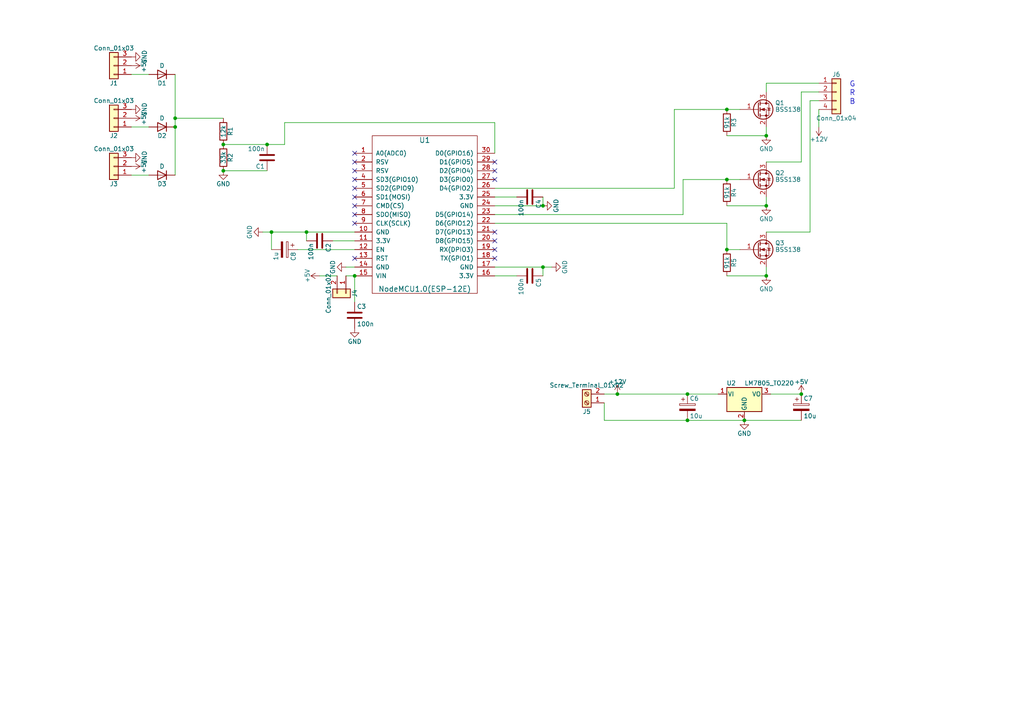
<source format=kicad_sch>
(kicad_sch (version 20211123) (generator eeschema)
  (paper "A4")
  (title_block (title "LED unterm Bett - Low Light Control Module") (date "2020-11-15") (rev "v0.0.1"))
  (lib_symbols
    (symbol "Device:C" (pin_numbers hide) (pin_names (offset 0.254))
      (property "Reference" "C" (at 0.635 2.54 0))
      (property "Value" "C" (at 0.635 -2.54 0))
      (symbol "C_0_1"
        (polyline (pts (xy -2.032 -0.762) (xy 2.032 -0.762)) (stroke (width 0.508)))
        (polyline (pts (xy -2.032 0.762) (xy 2.032 0.762)) (stroke (width 0.508)))
      )
      (symbol "C_1_1"
        (pin passive line (at 0 3.81 270) (length 2.794) (name "~") (number "1"))
        (pin passive line (at 0 -3.81 90) (length 2.794) (name "~") (number "2"))
      )
    )
    (symbol "Device:CP" (pin_numbers hide) (pin_names (offset 0.254))
      (property "Reference" "C" (at 0.635 2.54 0))
      (property "Value" "Device_CP" (at 0.635 -2.54 0))
      (symbol "CP_0_1"
        (rectangle (start -2.286 0.508) (end 2.286 1.016))
        (polyline (pts (xy -1.778 2.286) (xy -0.762 2.286)))
        (polyline (pts (xy -1.27 2.794) (xy -1.27 1.778)))
        (rectangle (start 2.286 -0.508) (end -2.286 -1.016) (fill (type outline)))
      )
      (symbol "CP_1_1"
        (pin passive line (at 0 3.81 270) (length 2.794) (name "~") (number "1"))
        (pin passive line (at 0 -3.81 90) (length 2.794) (name "~") (number "2"))
      )
    )
    (symbol "Device:D" (pin_numbers hide) (pin_names (offset 1.016) hide)
      (property "Reference" "D" (at 0 2.54 0))
      (property "Value" "D" (at 0 -2.54 0))
      (symbol "D_0_1"
        (polyline (pts (xy -1.27 1.27) (xy -1.27 -1.27)) (stroke (width 0.254)))
        (polyline (pts (xy 1.27 0) (xy -1.27 0)))
        (polyline (pts (xy 1.27 1.27) (xy 1.27 -1.27) (xy -1.27 0) (xy 1.27 1.27)) (stroke (width 0.254)))
      )
      (symbol "D_1_1"
        (pin passive line (at -3.81 0 0) (length 2.54) (name "K") (number "1"))
        (pin passive line (at 3.81 0 180) (length 2.54) (name "A") (number "2"))
      )
    )
    (symbol "Device:R" (pin_numbers hide) (pin_names (offset 0))
      (property "Reference" "R" (at 2.032 0 90))
      (property "Value" "R" (at 0 0 90))
      (symbol "R_0_1"
        (rectangle (start -1.016 -2.54) (end 1.016 2.54) (stroke (width 0.254)))
      )
      (symbol "R_1_1"
        (pin passive line (at 0 3.81 270) (length 1.27) (name "~") (number "1"))
        (pin passive line (at 0 -3.81 90) (length 1.27) (name "~") (number "2"))
      )
    )
    (symbol "ESP8266:NodeMCU1.0(ESP-12E)" (pin_names (offset 1.016))
      (property "Reference" "U" (at 0 21.59 0))
      (property "Value" "NodeMCU1.0(ESP-12E)" (at 0 -21.59 0))
      (symbol "NodeMCU1.0(ESP-12E)_0_1"
        (rectangle (start -15.24 -22.86) (end 15.24 22.86))
      )
      (symbol "NodeMCU1.0(ESP-12E)_1_1"
        (pin input line (at -20.32 17.78 0) (length 5.08) (name "A0(ADC0)") (number "1"))
        (pin input line (at -20.32 -5.08 0) (length 5.08) (name "GND") (number "10"))
        (pin input line (at -20.32 -7.62 0) (length 5.08) (name "3.3V") (number "11"))
        (pin input line (at -20.32 -10.16 0) (length 5.08) (name "EN") (number "12"))
        (pin input line (at -20.32 -12.7 0) (length 5.08) (name "RST") (number "13"))
        (pin input line (at -20.32 -15.24 0) (length 5.08) (name "GND") (number "14"))
        (pin input line (at -20.32 -17.78 0) (length 5.08) (name "VIN") (number "15"))
        (pin input line (at 20.32 -17.78 180) (length 5.08) (name "3.3V") (number "16"))
        (pin input line (at 20.32 -15.24 180) (length 5.08) (name "GND") (number "17"))
        (pin input line (at 20.32 -12.7 180) (length 5.08) (name "TX(GPIO1)") (number "18"))
        (pin input line (at 20.32 -10.16 180) (length 5.08) (name "RX(DPIO3)") (number "19"))
        (pin input line (at -20.32 15.24 0) (length 5.08) (name "RSV") (number "2"))
        (pin input line (at 20.32 -7.62 180) (length 5.08) (name "D8(GPIO15)") (number "20"))
        (pin input line (at 20.32 -5.08 180) (length 5.08) (name "D7(GPIO13)") (number "21"))
        (pin input line (at 20.32 -2.54 180) (length 5.08) (name "D6(GPIO12)") (number "22"))
        (pin input line (at 20.32 0 180) (length 5.08) (name "D5(GPIO14)") (number "23"))
        (pin input line (at 20.32 2.54 180) (length 5.08) (name "GND") (number "24"))
        (pin input line (at 20.32 5.08 180) (length 5.08) (name "3.3V") (number "25"))
        (pin input line (at 20.32 7.62 180) (length 5.08) (name "D4(GPIO2)") (number "26"))
        (pin input line (at 20.32 10.16 180) (length 5.08) (name "D3(GPIO0)") (number "27"))
        (pin input line (at 20.32 12.7 180) (length 5.08) (name "D2(GPIO4)") (number "28"))
        (pin input line (at 20.32 15.24 180) (length 5.08) (name "D1(GPIO5)") (number "29"))
        (pin input line (at -20.32 12.7 0) (length 5.08) (name "RSV") (number "3"))
        (pin input line (at 20.32 17.78 180) (length 5.08) (name "D0(GPIO16)") (number "30"))
        (pin input line (at -20.32 10.16 0) (length 5.08) (name "SD3(GPIO10)") (number "4"))
        (pin input line (at -20.32 7.62 0) (length 5.08) (name "SD2(GPIO9)") (number "5"))
        (pin input line (at -20.32 5.08 0) (length 5.08) (name "SD1(MOSI)") (number "6"))
        (pin input line (at -20.32 2.54 0) (length 5.08) (name "CMD(CS)") (number "7"))
        (pin input line (at -20.32 0 0) (length 5.08) (name "SDO(MISO)") (number "8"))
        (pin input line (at -20.32 -2.54 0) (length 5.08) (name "CLK(SCLK)") (number "9"))
      )
    )
    (symbol "conn:Conn_01x02" (pin_names (offset 1.016) hide)
      (property "Reference" "J" (at 0 2.54 0))
      (property "Value" "conn_Conn_01x02" (at 0 -5.08 0))
      (symbol "Conn_01x02_1_1"
        (rectangle (start -1.27 -2.413) (end 0 -2.667) (stroke (width 0.1524)))
        (rectangle (start -1.27 0.127) (end 0 -0.127) (stroke (width 0.1524)))
        (rectangle (start -1.27 1.27) (end 1.27 -3.81) (stroke (width 0.254)) (fill (type background)))
        (pin passive line (at -5.08 0 0) (length 3.81) (name "Pin_1") (number "1"))
        (pin passive line (at -5.08 -2.54 0) (length 3.81) (name "Pin_2") (number "2"))
      )
    )
    (symbol "conn:Conn_01x03" (pin_names (offset 1.016) hide)
      (property "Reference" "J" (at 0 5.08 0))
      (property "Value" "conn_Conn_01x03" (at 0 -5.08 0))
      (symbol "Conn_01x03_1_1"
        (rectangle (start -1.27 -2.413) (end 0 -2.667) (stroke (width 0.1524)))
        (rectangle (start -1.27 0.127) (end 0 -0.127) (stroke (width 0.1524)))
        (rectangle (start -1.27 2.667) (end 0 2.413) (stroke (width 0.1524)))
        (rectangle (start -1.27 3.81) (end 1.27 -3.81) (stroke (width 0.254)) (fill (type background)))
        (pin passive line (at -5.08 2.54 0) (length 3.81) (name "Pin_1") (number "1"))
        (pin passive line (at -5.08 0 0) (length 3.81) (name "Pin_2") (number "2"))
        (pin passive line (at -5.08 -2.54 0) (length 3.81) (name "Pin_3") (number "3"))
      )
    )
    (symbol "conn:Conn_01x04" (pin_names (offset 1.016) hide)
      (property "Reference" "J" (at 0 5.08 0))
      (property "Value" "conn_Conn_01x04" (at 0 -7.62 0))
      (symbol "Conn_01x04_1_1"
        (rectangle (start -1.27 -4.953) (end 0 -5.207) (stroke (width 0.1524)))
        (rectangle (start -1.27 -2.413) (end 0 -2.667) (stroke (width 0.1524)))
        (rectangle (start -1.27 0.127) (end 0 -0.127) (stroke (width 0.1524)))
        (rectangle (start -1.27 2.667) (end 0 2.413) (stroke (width 0.1524)))
        (rectangle (start -1.27 3.81) (end 1.27 -6.35) (stroke (width 0.254)) (fill (type background)))
        (pin passive line (at -5.08 2.54 0) (length 3.81) (name "Pin_1") (number "1"))
        (pin passive line (at -5.08 0 0) (length 3.81) (name "Pin_2") (number "2"))
        (pin passive line (at -5.08 -2.54 0) (length 3.81) (name "Pin_3") (number "3"))
        (pin passive line (at -5.08 -5.08 0) (length 3.81) (name "Pin_4") (number "4"))
      )
    )
    (symbol "conn:Screw_Terminal_01x02" (pin_names (offset 1.016) hide)
      (property "Reference" "J" (at 0 2.54 0))
      (property "Value" "conn_Screw_Terminal_01x02" (at 0 -5.08 0))
      (symbol "Screw_Terminal_01x02_1_1"
        (rectangle (start -1.27 1.27) (end 1.27 -3.81) (stroke (width 0.254)) (fill (type background)))
        (circle (center 0 -2.54) (radius 0.635) (stroke (width 0.1524)))
        (polyline (pts (xy -0.5334 -2.2098) (xy 0.3302 -3.048)) (stroke (width 0.1524)))
        (polyline (pts (xy -0.5334 0.3302) (xy 0.3302 -0.508)) (stroke (width 0.1524)))
        (polyline (pts (xy -0.3556 -2.032) (xy 0.508 -2.8702)) (stroke (width 0.1524)))
        (polyline (pts (xy -0.3556 0.508) (xy 0.508 -0.3302)) (stroke (width 0.1524)))
        (circle (center 0 0) (radius 0.635) (stroke (width 0.1524)))
        (pin passive line (at -5.08 0 0) (length 3.81) (name "Pin_1") (number "1"))
        (pin passive line (at -5.08 -2.54 0) (length 3.81) (name "Pin_2") (number "2"))
      )
    )
    (symbol "power:+12V" (power) (pin_names (offset 0))
      (property "Value" "+12V" (at 0 3.556 0))
      (symbol "+12V_0_1"
        (polyline (pts (xy -0.762 1.27) (xy 0 2.54)))
        (polyline (pts (xy 0 0) (xy 0 2.54)))
        (polyline (pts (xy 0 2.54) (xy 0.762 1.27)))
      )
      (symbol "+12V_1_1"
        (pin power_in line (at 0 0 90) (length 0) hide (name "+12V") (number "1"))
      )
    )
    (symbol "power:+5V" (power) (pin_names (offset 0))
      (property "Value" "+5V" (at 0 3.556 0))
      (symbol "+5V_0_1"
        (polyline (pts (xy -0.762 1.27) (xy 0 2.54)))
        (polyline (pts (xy 0 0) (xy 0 2.54)))
        (polyline (pts (xy 0 2.54) (xy 0.762 1.27)))
      )
      (symbol "+5V_1_1"
        (pin power_in line (at 0 0 90) (length 0) hide (name "+5V") (number "1"))
      )
    )
    (symbol "power:GND" (power) (pin_names (offset 0))
      (property "Value" "GND" (at 0 -3.81 0))
      (symbol "GND_0_1"
        (polyline (pts (xy 0 0) (xy 0 -1.27) (xy 1.27 -1.27) (xy 0 -2.54) (xy -1.27 -1.27) (xy 0 -1.27)))
      )
      (symbol "GND_1_1"
        (pin power_in line (at 0 0 270) (length 0) hide (name "GND") (number "1"))
      )
    )
    (symbol "regul:LM7805_TO220" (pin_names (offset 0.254))
      (property "Reference" "U" (at -3.81 3.175 0))
      (property "Value" "regul_LM7805_TO220" (at 0 3.175 0))
      (symbol "LM7805_TO220_0_1"
        (rectangle (start -5.08 1.905) (end 5.08 -5.08) (stroke (width 0.254)) (fill (type background)))
      )
      (symbol "LM7805_TO220_1_1"
        (pin power_in line (at -7.62 0 0) (length 2.54) (name "VI") (number "1"))
        (pin power_in line (at 0 -7.62 90) (length 2.54) (name "GND") (number "2"))
        (pin power_out line (at 7.62 0 180) (length 2.54) (name "VO") (number "3"))
      )
    )
    (symbol "transistors:BSS138" (pin_names (offset 0) hide)
      (property "Reference" "Q" (at 5.08 1.905 0))
      (property "Value" "transistors_BSS138" (at 5.08 0 0))
      (symbol "BSS138_0_1"
        (polyline (pts (xy 0.762 -1.778) (xy 2.54 -1.778)))
        (polyline (pts (xy 0.762 -1.27) (xy 0.762 -2.286)) (stroke (width 0.254)))
        (polyline (pts (xy 0.762 0) (xy 2.54 0)))
        (polyline (pts (xy 0.762 0.508) (xy 0.762 -0.508)) (stroke (width 0.254)))
        (polyline (pts (xy 0.762 1.778) (xy 2.54 1.778)))
        (polyline (pts (xy 0.762 2.286) (xy 0.762 1.27)) (stroke (width 0.254)))
        (polyline (pts (xy 2.54 -1.778) (xy 2.54 -2.54)))
        (polyline (pts (xy 2.54 -1.778) (xy 2.54 0)))
        (polyline (pts (xy 2.54 2.54) (xy 2.54 1.778)))
        (polyline (pts (xy 0.254 1.905) (xy 0.254 -1.905) (xy 0.254 -1.905)) (stroke (width 0.254)))
        (polyline (pts (xy 1.016 0) (xy 2.032 0.381) (xy 2.032 -0.381) (xy 1.016 0)) (fill (type outline)))
        (polyline (pts (xy 2.54 -1.778) (xy 3.302 -1.778) (xy 3.302 1.778) (xy 2.54 1.778)))
        (polyline (pts (xy 2.794 0.508) (xy 2.921 0.381) (xy 3.683 0.381) (xy 3.81 0.254)))
        (polyline (pts (xy 3.302 0.381) (xy 2.921 -0.254) (xy 3.683 -0.254) (xy 3.302 0.381)))
        (circle (center 1.651 0) (radius 2.8194) (stroke (width 0.254)))
        (circle (center 2.54 -1.778) (radius 0.2794) (fill (type outline)))
        (circle (center 2.54 1.778) (radius 0.2794) (fill (type outline)))
      )
      (symbol "BSS138_1_1"
        (pin input line (at -5.08 0 0) (length 5.334) (name "G") (number "1"))
        (pin passive line (at 2.54 -5.08 90) (length 2.54) (name "S") (number "2"))
        (pin passive line (at 2.54 5.08 270) (length 2.54) (name "D") (number "3"))
      )
    )
  )
  (junction (at 210.82 31.75))
  (junction (at 222.25 80.01))
  (junction (at 64.77 49.53))
  (junction (at 102.87 80.01))
  (junction (at 157.48 77.47))
  (junction (at 199.39 121.92))
  (junction (at 210.82 72.39))
  (junction (at 222.25 39.37))
  (junction (at 77.47 41.91))
  (junction (at 232.41 114.3))
  (junction (at 199.39 114.3))
  (junction (at 50.8 36.83))
  (junction (at 210.82 52.07))
  (junction (at 78.74 67.31))
  (junction (at 215.9 121.92))
  (junction (at 50.8 34.29))
  (junction (at 157.48 59.69))
  (junction (at 179.07 114.3))
  (junction (at 222.25 59.69))
  (junction (at 88.9 67.31))
  (junction (at 64.77 41.91))
  (no_connect (at 102.87 59.69))
  (no_connect (at 143.51 67.31))
  (no_connect (at 102.87 57.15))
  (no_connect (at 143.51 69.85))
  (no_connect (at 143.51 52.07))
  (no_connect (at 102.87 54.61))
  (no_connect (at 102.87 44.45))
  (no_connect (at 143.51 74.93))
  (no_connect (at 143.51 49.53))
  (no_connect (at 102.87 62.23))
  (no_connect (at 102.87 52.07))
  (no_connect (at 102.87 46.99))
  (no_connect (at 102.87 64.77))
  (no_connect (at 102.87 74.93))
  (no_connect (at 143.51 72.39))
  (no_connect (at 143.51 46.99))
  (no_connect (at 102.87 49.53))
  (wire (pts (xy 237.49 29.21) (xy 234.95 29.21)))
  (wire (pts (xy 143.51 80.01) (xy 149.86 80.01)))
  (wire (pts (xy 237.49 31.75) (xy 237.49 36.83)))
  (wire (pts (xy 102.87 72.39) (xy 86.36 72.39)))
  (wire (pts (xy 195.58 54.61) (xy 143.51 54.61)))
  (wire (pts (xy 215.9 121.92) (xy 232.41 121.92)))
  (wire (pts (xy 92.71 80.01) (xy 97.79 80.01)))
  (wire (pts (xy 102.87 80.01) (xy 100.33 80.01)))
  (wire (pts (xy 237.49 26.67) (xy 232.41 26.67)))
  (wire (pts (xy 210.82 39.37) (xy 222.25 39.37)))
  (wire (pts (xy 143.51 64.77) (xy 210.82 64.77)))
  (wire (pts (xy 143.51 35.56) (xy 143.51 44.45)))
  (wire (pts (xy 143.51 77.47) (xy 157.48 77.47)))
  (wire (pts (xy 232.41 26.67) (xy 232.41 46.99)))
  (wire (pts (xy 234.95 29.21) (xy 234.95 67.31)))
  (wire (pts (xy 102.87 69.85) (xy 96.52 69.85)))
  (wire (pts (xy 143.51 57.15) (xy 149.86 57.15)))
  (wire (pts (xy 78.74 67.31) (xy 88.9 67.31)))
  (wire (pts (xy 100.33 77.47) (xy 102.87 77.47)))
  (wire (pts (xy 210.82 31.75) (xy 214.63 31.75)))
  (wire (pts (xy 179.07 114.3) (xy 199.39 114.3)))
  (wire (pts (xy 222.25 24.13) (xy 222.25 26.67)))
  (wire (pts (xy 43.18 50.8) (xy 38.1 50.8)))
  (wire (pts (xy 76.2 67.31) (xy 78.74 67.31)))
  (wire (pts (xy 38.1 21.59) (xy 43.18 21.59)))
  (wire (pts (xy 102.87 87.63) (xy 102.87 80.01)))
  (wire (pts (xy 175.26 121.92) (xy 199.39 121.92)))
  (wire (pts (xy 157.48 77.47) (xy 157.48 80.01)))
  (wire (pts (xy 77.47 49.53) (xy 64.77 49.53)))
  (wire (pts (xy 234.95 67.31) (xy 222.25 67.31)))
  (wire (pts (xy 210.82 72.39) (xy 214.63 72.39)))
  (wire (pts (xy 210.82 59.69) (xy 222.25 59.69)))
  (wire (pts (xy 223.52 114.3) (xy 232.41 114.3)))
  (wire (pts (xy 50.8 36.83) (xy 50.8 50.8)))
  (wire (pts (xy 43.18 36.83) (xy 38.1 36.83)))
  (wire (pts (xy 77.47 41.91) (xy 82.55 41.91)))
  (wire (pts (xy 88.9 67.31) (xy 102.87 67.31)))
  (wire (pts (xy 175.26 114.3) (xy 179.07 114.3)))
  (wire (pts (xy 82.55 35.56) (xy 143.51 35.56)))
  (wire (pts (xy 195.58 31.75) (xy 210.82 31.75)))
  (wire (pts (xy 199.39 114.3) (xy 208.28 114.3)))
  (wire (pts (xy 210.82 80.01) (xy 222.25 80.01)))
  (wire (pts (xy 64.77 41.91) (xy 77.47 41.91)))
  (wire (pts (xy 157.48 77.47) (xy 160.02 77.47)))
  (wire (pts (xy 210.82 52.07) (xy 214.63 52.07)))
  (wire (pts (xy 237.49 24.13) (xy 222.25 24.13)))
  (wire (pts (xy 50.8 34.29) (xy 64.77 34.29)))
  (wire (pts (xy 232.41 46.99) (xy 222.25 46.99)))
  (wire (pts (xy 88.9 67.31) (xy 88.9 69.85)))
  (wire (pts (xy 143.51 62.23) (xy 198.12 62.23)))
  (wire (pts (xy 198.12 62.23) (xy 198.12 52.07)))
  (wire (pts (xy 78.74 72.39) (xy 78.74 67.31)))
  (wire (pts (xy 50.8 34.29) (xy 50.8 36.83)))
  (wire (pts (xy 199.39 121.92) (xy 215.9 121.92)))
  (wire (pts (xy 198.12 52.07) (xy 210.82 52.07)))
  (wire (pts (xy 143.51 59.69) (xy 157.48 59.69)))
  (wire (pts (xy 222.25 59.69) (xy 222.25 57.15)))
  (wire (pts (xy 195.58 31.75) (xy 195.58 54.61)))
  (wire (pts (xy 50.8 21.59) (xy 50.8 34.29)))
  (wire (pts (xy 82.55 41.91) (xy 82.55 35.56)))
  (wire (pts (xy 175.26 116.84) (xy 175.26 121.92)))
  (wire (pts (xy 210.82 64.77) (xy 210.82 72.39)))
  (wire (pts (xy 222.25 80.01) (xy 222.25 77.47)))
  (wire (pts (xy 157.48 59.69) (xy 157.48 57.15)))
  (wire (pts (xy 222.25 39.37) (xy 222.25 36.83)))
  (text "R" (at 246.38 27.94 0) (effects (font (size 1.524 1.524)) (justify left bottom)))
  (text "B" (at 246.38 30.48 0) (effects (font (size 1.524 1.524)) (justify left bottom)))
  (text "G" (at 246.38 25.4 0) (effects (font (size 1.524 1.524)) (justify left bottom)))
  (symbol (lib_id "ESP8266:NodeMCU1.0(ESP-12E)") (at 123.19 62.23 0) (unit 1)
    (property "Reference" "U1" (at 123.19 40.64 0) (effects (font (size 1.524 1.524))))
    (property "Value" "NodeMCU1.0(ESP-12E)" (at 123.19 83.82 0) (effects (font (size 1.524 1.524))))
    (property "Footprint" "ESP8266:ESP12F-Devkit-V3" (effects hide))
  )
  (symbol (lib_id "power:GND") (at 100.33 77.47 270) (unit 1)
    (property "Reference" "#PWR01" (effects hide))
    (property "Value" "GND" (at 96.52 77.47 0))
  )
  (symbol (lib_id "power:GND") (at 76.2 67.31 270) (unit 1)
    (property "Reference" "#PWR02" (effects hide))
    (property "Value" "GND" (at 72.39 67.31 0))
  )
  (symbol (lib_id "power:GND") (at 157.48 59.69 90) (unit 1)
    (property "Reference" "#PWR03" (effects hide))
    (property "Value" "GND" (at 161.29 59.69 0))
  )
  (symbol (lib_id "power:GND") (at 160.02 77.47 90) (unit 1)
    (property "Reference" "#PWR04" (effects hide))
    (property "Value" "GND" (at 163.83 77.47 0))
  )
  (symbol (lib_id "transistors:BSS138") (at 219.71 31.75 0) (unit 1)
    (property "Reference" "Q1" (at 224.79 29.845 0) (effects (justify left)))
    (property "Value" "BSS138" (at 224.79 31.75 0) (effects (justify left)))
    (property "Footprint" "TO_SOT_Packages_SMD:SOT-23" (effects hide))
  )
  (symbol (lib_id "Device:R") (at 210.82 35.56 0) (unit 1)
    (property "Reference" "R3" (at 212.852 35.56 90))
    (property "Value" "91k" (at 210.82 35.56 90))
    (property "Footprint" "Resistors_SMD:R_0805_HandSoldering" (effects hide))
  )
  (symbol (lib_id "power:GND") (at 222.25 39.37 0) (unit 1)
    (property "Reference" "#PWR05" (effects hide))
    (property "Value" "GND" (at 222.25 43.18 0))
  )
  (symbol (lib_id "transistors:BSS138") (at 219.71 52.07 0) (unit 1)
    (property "Reference" "Q2" (at 224.79 50.165 0) (effects (justify left)))
    (property "Value" "BSS138" (at 224.79 52.07 0) (effects (justify left)))
    (property "Footprint" "TO_SOT_Packages_SMD:SOT-23" (effects hide))
  )
  (symbol (lib_id "Device:R") (at 210.82 55.88 0) (unit 1)
    (property "Reference" "R4" (at 212.852 55.88 90))
    (property "Value" "91k" (at 210.82 55.88 90))
    (property "Footprint" "Resistors_SMD:R_0805_HandSoldering" (effects hide))
  )
  (symbol (lib_id "power:GND") (at 222.25 59.69 0) (unit 1)
    (property "Reference" "#PWR06" (effects hide))
    (property "Value" "GND" (at 222.25 63.5 0))
  )
  (symbol (lib_id "transistors:BSS138") (at 219.71 72.39 0) (unit 1)
    (property "Reference" "Q3" (at 224.79 70.485 0) (effects (justify left)))
    (property "Value" "BSS138" (at 224.79 72.39 0) (effects (justify left)))
    (property "Footprint" "TO_SOT_Packages_SMD:SOT-23" (effects hide))
  )
  (symbol (lib_id "Device:R") (at 210.82 76.2 0) (unit 1)
    (property "Reference" "R5" (at 212.852 76.2 90))
    (property "Value" "91k" (at 210.82 76.2 90))
    (property "Footprint" "Resistors_SMD:R_0805_HandSoldering" (effects hide))
  )
  (symbol (lib_id "power:GND") (at 222.25 80.01 0) (unit 1)
    (property "Reference" "#PWR07" (effects hide))
    (property "Value" "GND" (at 222.25 83.82 0))
  )
  (symbol (lib_id "conn:Conn_01x04") (at 242.57 26.67 0) (unit 1)
    (property "Reference" "J6" (at 242.57 21.59 0))
    (property "Value" "Conn_01x04" (at 242.57 34.29 0))
    (property "Footprint" "Pin_Headers:Pin_Header_Straight_1x04_Pitch2.54mm" (effects hide))
  )
  (symbol (lib_id "power:+12V") (at 237.49 36.83 180) (unit 1)
    (property "Reference" "#PWR08" (effects hide))
    (property "Value" "+12V" (at 237.49 40.386 0))
  )
  (symbol (lib_id "power:+12V") (at 179.07 114.3 0) (unit 1)
    (property "Reference" "#PWR09" (effects hide))
    (property "Value" "+12V" (at 179.07 110.744 0))
  )
  (symbol (lib_id "regul:LM7805_TO220") (at 215.9 114.3 0) (unit 1)
    (property "Reference" "U2" (at 212.09 111.125 0))
    (property "Value" "LM7805_TO220" (at 215.9 111.125 0) (effects (justify left)))
    (property "Footprint" "TO_SOT_Packages_THT:TO-220-3_Vertical" (effects hide))
  )
  (symbol (lib_id "Device:CP") (at 199.39 118.11 0) (unit 1)
    (property "Reference" "C6" (at 200.025 115.57 0) (effects (justify left)))
    (property "Value" "10u" (at 200.025 120.65 0) (effects (justify left)))
    (property "Footprint" "Capacitors_THT:CP_Radial_D10.0mm_P3.50mm" (effects hide))
  )
  (symbol (lib_id "Device:CP") (at 232.41 118.11 0) (unit 1)
    (property "Reference" "C7" (at 233.045 115.57 0) (effects (justify left)))
    (property "Value" "10u" (at 233.045 120.65 0) (effects (justify left)))
    (property "Footprint" "Capacitors_THT:CP_Radial_D10.0mm_P3.50mm" (effects hide))
  )
  (symbol (lib_id "power:GND") (at 215.9 121.92 0) (unit 1)
    (property "Reference" "#PWR010" (effects hide))
    (property "Value" "GND" (at 215.9 125.73 0))
  )
  (symbol (lib_id "power:+5V") (at 232.41 114.3 0) (unit 1)
    (property "Reference" "#PWR011" (effects hide))
    (property "Value" "+5V" (at 232.41 110.744 0))
  )
  (symbol (lib_id "conn:Conn_01x02") (at 100.33 85.09 270) (unit 1)
    (property "Reference" "J4" (at 102.87 85.09 0))
    (property "Value" "Conn_01x02" (at 95.25 85.09 0))
    (property "Footprint" "Pin_Headers:Pin_Header_Straight_1x02_Pitch2.54mm" (effects hide))
  )
  (symbol (lib_id "power:+5V") (at 92.71 80.01 90) (unit 1)
    (property "Reference" "#PWR012" (effects hide))
    (property "Value" "+5V" (at 89.154 80.01 0))
  )
  (symbol (lib_id "Device:C") (at 102.87 91.44 0) (unit 1)
    (property "Reference" "C3" (at 103.505 88.9 0) (effects (justify left)))
    (property "Value" "100n" (at 103.505 93.98 0) (effects (justify left)))
    (property "Footprint" "Capacitors_SMD:C_0805_HandSoldering" (effects hide))
  )
  (symbol (lib_id "Device:C") (at 153.67 80.01 270) (unit 1)
    (property "Reference" "C5" (at 156.21 80.645 0) (effects (justify left)))
    (property "Value" "100n" (at 151.13 80.645 0) (effects (justify left)))
    (property "Footprint" "Capacitors_SMD:C_0805_HandSoldering" (effects hide))
  )
  (symbol (lib_id "Device:C") (at 153.67 57.15 270) (unit 1)
    (property "Reference" "C4" (at 156.21 57.785 0) (effects (justify left)))
    (property "Value" "100n" (at 151.13 57.785 0) (effects (justify left)))
    (property "Footprint" "Capacitors_SMD:C_0805_HandSoldering" (effects hide))
  )
  (symbol (lib_id "Device:C") (at 92.71 69.85 270) (unit 1)
    (property "Reference" "C2" (at 95.25 70.485 0) (effects (justify left)))
    (property "Value" "100n" (at 90.17 70.485 0) (effects (justify left)))
    (property "Footprint" "Capacitors_SMD:C_0805_HandSoldering" (effects hide))
  )
  (symbol (lib_id "power:GND") (at 102.87 95.25 0) (unit 1)
    (property "Reference" "#PWR013" (effects hide))
    (property "Value" "GND" (at 102.87 99.06 0))
  )
  (symbol (lib_id "conn:Conn_01x03") (at 33.02 19.05 180) (unit 1)
    (property "Reference" "J1" (at 33.02 24.13 0))
    (property "Value" "Conn_01x03" (at 33.02 13.97 0))
    (property "Footprint" "Pin_Headers:Pin_Header_Straight_1x03_Pitch2.54mm" (effects hide))
  )
  (symbol (lib_id "conn:Conn_01x03") (at 33.02 34.29 180) (unit 1)
    (property "Reference" "J2" (at 33.02 39.37 0))
    (property "Value" "Conn_01x03" (at 33.02 29.21 0))
    (property "Footprint" "Pin_Headers:Pin_Header_Straight_1x03_Pitch2.54mm" (effects hide))
  )
  (symbol (lib_id "conn:Conn_01x03") (at 33.02 48.26 180) (unit 1)
    (property "Reference" "J3" (at 33.02 53.34 0))
    (property "Value" "Conn_01x03" (at 33.02 43.18 0))
    (property "Footprint" "Pin_Headers:Pin_Header_Straight_1x03_Pitch2.54mm" (effects hide))
  )
  (symbol (lib_id "power:GND") (at 38.1 45.72 90) (unit 1)
    (property "Reference" "#PWR014" (effects hide))
    (property "Value" "GND" (at 41.91 45.72 0))
  )
  (symbol (lib_id "power:GND") (at 38.1 31.75 90) (unit 1)
    (property "Reference" "#PWR015" (effects hide))
    (property "Value" "GND" (at 41.91 31.75 0))
  )
  (symbol (lib_id "power:GND") (at 38.1 16.51 90) (unit 1)
    (property "Reference" "#PWR016" (effects hide))
    (property "Value" "GND" (at 41.91 16.51 0))
  )
  (symbol (lib_id "Device:D") (at 46.99 36.83 180) (unit 1)
    (property "Reference" "D2" (at 46.99 39.37 0))
    (property "Value" "D" (at 46.99 34.29 0))
    (property "Footprint" "Diodes_SMD:D_MiniMELF_Handsoldering" (effects hide))
  )
  (symbol (lib_id "Device:D") (at 46.99 50.8 180) (unit 1)
    (property "Reference" "D3" (at 46.99 53.34 0))
    (property "Value" "D" (at 46.99 48.26 0))
    (property "Footprint" "Diodes_SMD:D_MiniMELF_Handsoldering" (effects hide))
  )
  (symbol (lib_id "Device:D") (at 46.99 21.59 180) (unit 1)
    (property "Reference" "D1" (at 46.99 24.13 0))
    (property "Value" "D" (at 46.99 19.05 0))
    (property "Footprint" "Diodes_SMD:D_MiniMELF_Handsoldering" (effects hide))
  )
  (symbol (lib_id "Device:R") (at 64.77 38.1 0) (unit 1)
    (property "Reference" "R1" (at 66.802 38.1 90))
    (property "Value" "12k" (at 64.77 38.1 90))
    (property "Footprint" "Resistors_SMD:R_0805_HandSoldering" (effects hide))
  )
  (symbol (lib_id "Device:R") (at 64.77 45.72 0) (unit 1)
    (property "Reference" "R2" (at 66.802 45.72 90))
    (property "Value" "33k" (at 64.77 45.72 90))
    (property "Footprint" "Resistors_SMD:R_0805_HandSoldering" (effects hide))
  )
  (symbol (lib_id "power:GND") (at 64.77 49.53 0) (unit 1)
    (property "Reference" "#PWR017" (effects hide))
    (property "Value" "GND" (at 64.77 53.34 0))
  )
  (symbol (lib_id "Device:C") (at 77.47 45.72 180) (unit 1)
    (property "Reference" "C1" (at 76.835 48.26 0) (effects (justify left)))
    (property "Value" "100n" (at 76.835 43.18 0) (effects (justify left)))
    (property "Footprint" "Capacitors_SMD:C_0805_HandSoldering" (effects hide))
  )
  (symbol (lib_id "Device:CP") (at 82.55 72.39 270) (unit 1)
    (property "Reference" "C8" (at 85.09 73.025 0) (effects (justify left)))
    (property "Value" "1u" (at 80.01 73.025 0) (effects (justify left)))
    (property "Footprint" "Capacitors_THT:CP_Radial_D10.0mm_P3.50mm" (effects hide))
  )
  (symbol (lib_id "power:+5V") (at 38.1 19.05 270) (unit 1)
    (property "Reference" "#PWR018" (effects hide))
    (property "Value" "+5V" (at 41.656 19.05 0))
  )
  (symbol (lib_id "power:+5V") (at 38.1 34.29 270) (unit 1)
    (property "Reference" "#PWR019" (effects hide))
    (property "Value" "+5V" (at 41.656 34.29 0))
  )
  (symbol (lib_id "power:+5V") (at 38.1 48.26 270) (unit 1)
    (property "Reference" "#PWR020" (effects hide))
    (property "Value" "+5V" (at 41.656 48.26 0))
  )
  (symbol (lib_id "conn:Screw_Terminal_01x02") (at 170.18 116.84 180) (unit 1)
    (property "Reference" "J5" (at 170.18 119.38 0))
    (property "Value" "Screw_Terminal_01x02" (at 170.18 111.76 0))
    (property "Footprint" "TerminalBlock:TerminalBlock_bornier-2_P5.08mm" (effects hide))
  )
)
</source>
